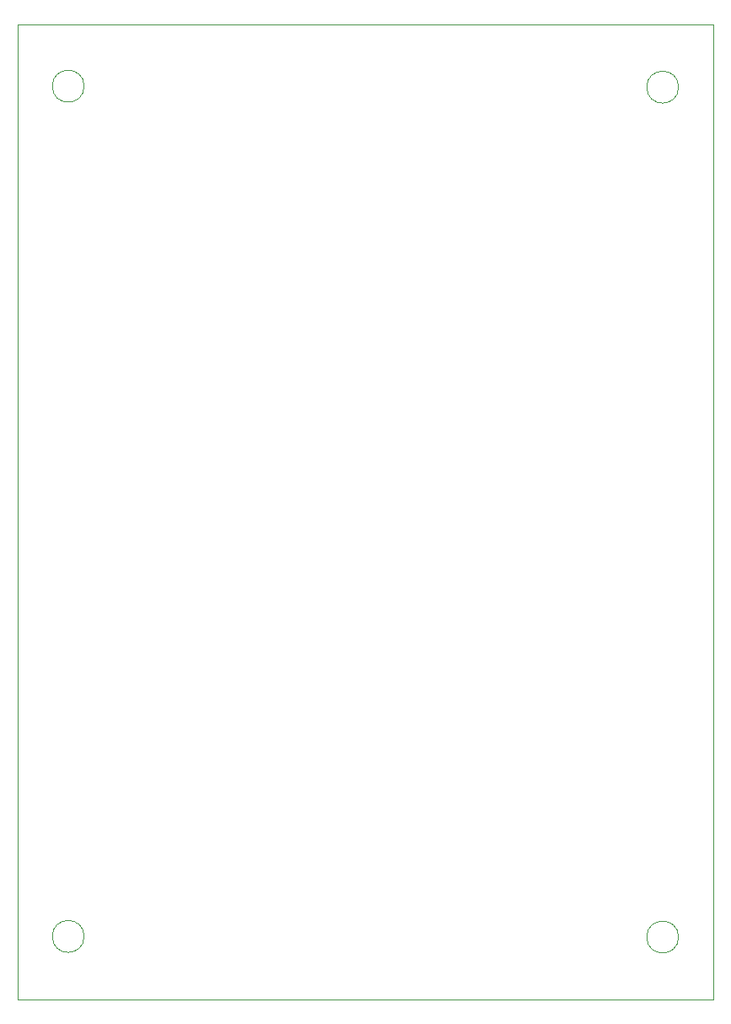
<source format=gm1>
%TF.GenerationSoftware,KiCad,Pcbnew,(5.1.12)-1*%
%TF.CreationDate,2021-11-26T16:42:30-08:00*%
%TF.ProjectId,VCF,5643462e-6b69-4636-9164-5f7063625858,rev?*%
%TF.SameCoordinates,Original*%
%TF.FileFunction,Profile,NP*%
%FSLAX46Y46*%
G04 Gerber Fmt 4.6, Leading zero omitted, Abs format (unit mm)*
G04 Created by KiCad (PCBNEW (5.1.12)-1) date 2021-11-26 16:42:30*
%MOMM*%
%LPD*%
G01*
G04 APERTURE LIST*
%TA.AperFunction,Profile*%
%ADD10C,0.050000*%
%TD*%
G04 APERTURE END LIST*
D10*
X125730000Y-129540000D02*
X55880000Y-129540000D01*
X55880000Y-31750000D02*
X125730000Y-31750000D01*
X62554920Y-37955420D02*
G75*
G03*
X62554920Y-37955420I-1600000J0D01*
G01*
X62554920Y-123225360D02*
G75*
G03*
X62554920Y-123225360I-1600000J0D01*
G01*
X122250000Y-38049000D02*
G75*
G03*
X122250000Y-38049000I-1600000J0D01*
G01*
X122244720Y-123291600D02*
G75*
G03*
X122244720Y-123291600I-1600000J0D01*
G01*
X55880000Y-129540000D02*
X55880000Y-31750000D01*
X125730000Y-31750000D02*
X125730000Y-129540000D01*
M02*

</source>
